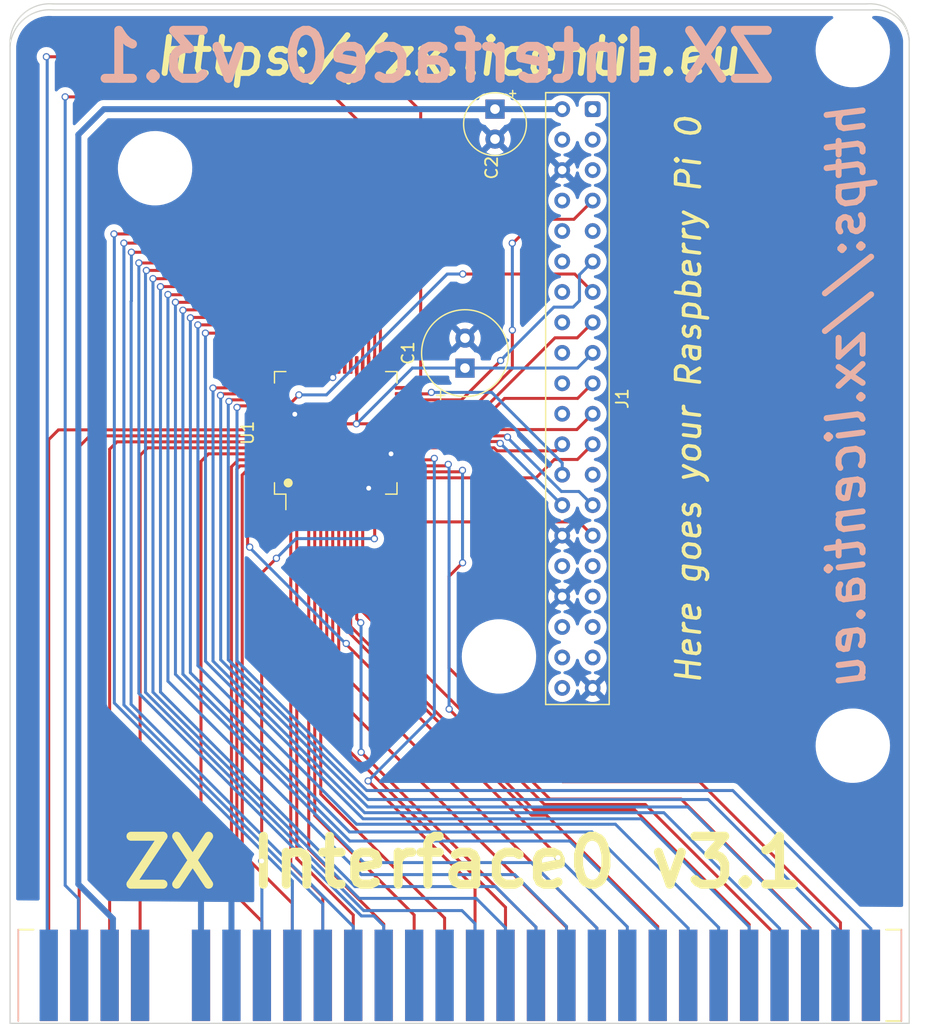
<source format=kicad_pcb>
(kicad_pcb (version 20211014) (generator pcbnew)
  (title_block (title "Interface0") (date "2022-05-02") (rev "3.1") (company "https://zx.licentia.eu") (comment 1 "Raspberry PI 0 (2) based ZX Interface"))
  (layers (0 "F.Cu" signal) (31 "B.Cu" signal) (34 "B.Paste" user "B. Paste") (35 "F.Paste" user "F. Paste") (36 "B.SilkS" user "B.Serigrafie") (37 "F.SilkS" user "F.Serigrafie") (38 "B.Mask" user) (39 "F.Mask" user) (44 "Edge.Cuts" user))
  (net 0 "")
  (net 1 "+3V3")
  (net 2 "/RESET")
  (net 3 "/A15")
  (net 4 "GND")
  (net 5 "/MOSI")
  (net 6 "/MISO")
  (net 7 "/IO_CLK")
  (net 8 "/TDI")
  (net 9 "/TMS")
  (net 10 "/TCK")
  (net 11 "+12V")
  (net 12 "/A13")
  (net 13 "/D7")
  (net 14 "/TDO")
  (net 15 "/ROMCS1")
  (net 16 "/D0")
  (net 17 "/D1")
  (net 18 "/D2")
  (net 19 "/D6")
  (net 20 "/D5")
  (net 21 "/D3")
  (net 22 "/D4")
  (net 23 "/INT")
  (net 24 "/NMI")
  (net 25 "/HALT")
  (net 26 "/MREQ")
  (net 28 "/IORQ")
  (net 29 "/RD")
  (net 30 "/WR")
  (net 31 "+5V")
  (net 32 "+9V")
  (net 33 "/WAIT")
  (net 34 "/M1")
  (net 35 "/RFSH")
  (net 36 "/A8")
  (net 37 "/A10")
  (net 38 "/A14")
  (net 39 "/A12")
  (net 40 "/A0")
  (net 41 "/A1")
  (net 42 "/A2")
  (net 43 "/A3")
  (net 44 "/ROMCS2")
  (net 45 "/DRD")
  (net 47 "/DWR")
  (net 48 "/MTR")
  (net 50 "/BUSRQ")
  (net 51 "/A7")
  (net 52 "/A6")
  (net 53 "/A5")
  (net 55 "/A4")
  (net 56 "/ROMCS")
  (net 57 "/BUSACK")
  (net 58 "/A9")
  (net 59 "/A11")
  (net 67 "/CLK")
  (net 77 "/GPIO1")
  (net 78 "/GPIO2")
  (net 79 "/GPIO3")
  (net 80 "/MASTER_CLK")
  (net 84 "/IO")
  (footprint "" (layer "F.Cu") (at 33.094 29.308 90)
    (fp_text reference "")
    (fp_text value "")
  )
  (footprint "Capacitor_THT:CP_Radial_Tantal_D5.0mm_P2.50mm" (layer "F.Cu") (at 61.45 24.38 -90)
    (fp_text reference "C2")
    (fp_text value "100nF")
  )
  (footprint "Capacitor_THT:CP_Radial_Tantal_D7.0mm_P2.50mm" (layer "F.Cu") (at 58.947 45.976139 90)
    (fp_text reference "C1")
    (fp_text value "22uF")
  )
  (footprint "" (layer "F.Cu") (at 61.781 70.019 90)
    (fp_text reference "")
    (fp_text value "")
  )
  (footprint "Package_QFP:TQFP-64_10x10mm_P0.5mm" (layer "F.Cu") (at 48.16522 51.374847 90)
    (fp_text reference "U1")
    (fp_text value "XC9572XL-VQ64")
  )
  (footprint "Connector_Samtec_HLE_THT:Samtec_HLE-120-02-xx-DV-TE_2x20_P2.54mm_Horizontal" (layer "F.Cu") (at 69.596 24.384 -90)
    (fp_text reference "J1")
    (fp_text value "RPi_GPIO")
  )
  (footprint "ZX:ZX_Bus_Edge_Connector" (layer "F.Cu") (at 57.246 96.609)
    (fp_text reference "Z1" hide)
    (fp_text value "ZXBUS")
  )
  (footprint "" (layer "F.Cu") (at 91.296 77.459 90)
    (fp_text reference "")
    (fp_text value "")
  )
  (footprint "" (layer "F.Cu") (at 91.296 19.459 90)
    (fp_text reference "")
    (fp_text value "")
  )
  (gr_circle (center 44.2 55.55) (end 44.504138 55.55) (layer "F.SilkS") (width 0.15) (fill solid))
  (gr_arc (start 92.456 15.609) (mid 94.84932 16.375014) (end 96 18.609) (layer "Edge.Cuts") (width 0.1))
  (gr_arc (start 21 18.609) (mid 22.17668 16.364244) (end 24.596 15.609) (layer "Edge.Cuts") (width 0.1))
  (gr_arc (start 92.916 16.109) (mid 94.970025 16.727366) (end 96 18.609) (layer "Edge.Cuts") (width 0.1))
  (gr_line (start 24.596 16.109) (end 92.916 16.109) (layer "Edge.Cuts") (width 0.1))
  (gr_arc (start 21 19.109) (mid 22.17668 16.864244) (end 24.596 16.109) (layer "Edge.Cuts") (width 0.1))
  (gr_line (start 21 18.609) (end 21 100.609) (layer "Edge.Cuts") (width 0.1))
  (gr_line (start 96 18.609) (end 96 100.609) (layer "Edge.Cuts") (width 0.1))
  (gr_line (start 24.596 15.609) (end 92.456 15.609) (layer "Edge.Cuts") (width 0.1))
  (gr_line (start 21 100.609) (end 96 100.609) (layer "Edge.Cuts") (width 0.1))
  (gr_text "ZX Interface0 v3.1" (at 56.45 20) (layer "B.SilkS") (effects (font (size 4 4) (thickness 0.75)) (justify mirror)))
  (gr_text "https://zx.licentia.eu" (at 90.75 48.15 90) (layer "B.SilkS") (effects (font (size 3 3) (thickness 0.5) italic) (justify mirror)))
  (gr_text "ZX Interface0 v3.1" (at 58.8 87.2) (layer "F.SilkS") (effects (font (size 4 4) (thickness 0.75))))
  (gr_text "Here goes your Raspberry Pi 0" (at 77.6 48.6 90) (layer "F.SilkS") (effects (font (size 2 2) (thickness 0.3) italic)))
  (gr_text "https://zx.licentia.eu" (at 57.55 20) (layer "F.SilkS") (effects (font (size 3 3) (thickness 0.5) italic)))
  (segment (start 45.41 56.229621) (end 45.41522 56.234841) (width 0.25) (layer "F.Cu") (net 1))
  (segment (start 44.195153 50.624847) (end 42.50272 50.624847) (width 0.25) (layer "F.Cu") (net 1))
  (segment (start 49.91522 50.59478) (end 49.91522 45.712347) (width 0.25) (layer "F.Cu") (net 1))
  (segment (start 49.89 50.62) (end 49.885153 50.624847) (width 0.25) (layer "F.Cu") (net 1))
  (segment (start 49.89 50.62) (end 52.652 50.62) (width 0.25) (layer "F.Cu") (net 1))
  (segment (start 52.656847 50.624847) (end 53.82772 50.624847) (width 0.25) (layer "F.Cu") (net 1))
  (segment (start 49.89 50.62) (end 49.91522 50.59478) (width 0.25) (layer "F.Cu") (net 1))
  (segment (start 52.652 50.62) (end 52.656847 50.624847) (width 0.25) (layer "F.Cu") (net 1))
  (segment (start 49.885153 50.624847) (end 44.195153 50.624847) (width 0.25) (layer "F.Cu") (net 1))
  (segment (start 45.41 50.62) (end 45.41 56.229621) (width 0.25) (layer "F.Cu") (net 1))
  (segment (start 49.89 50.62) (end 45.41 50.62) (width 0.25) (layer "F.Cu") (net 1))
  (via (at 49.89 50.62) (size 0.6) (drill 0.4) (layers "F.Cu" "B.Cu") (net 1))
  (segment (start 59.36 45.97) (end 59.67 45.97) (width 0.25) (layer "B.Cu") (net 1))
  (segment (start 68.33 45.97) (end 69.596 44.704) (width 0.25) (layer "B.Cu") (net 1))
  (segment (start 54.55 45.97) (end 59.36 45.97) (width 0.25) (layer "B.Cu") (net 1))
  (segment (start 49.89 50.62) (end 49.91 50.62) (width 0.25) (layer "B.Cu") (net 1))
  (segment (start 59.67 45.97) (end 68.33 45.97) (width 0.25) (layer "B.Cu") (net 1))
  (segment (start 49.91 50.62) (end 54.56 45.97) (width 0.25) (layer "B.Cu") (net 1))
  (segment (start 49.03972 68.934) (end 49.03972 68.99972) (width 0.25) (layer "F.Cu") (net 2))
  (segment (start 40.98954 60.901) (end 40.81456 60.72602) (width 0.25) (layer "F.Cu") (net 2))
  (segment (start 49.03972 68.99972) (end 66.71 86.67) (width 0.25) (layer "F.Cu") (net 2))
  (segment (start 66.71 86.67) (end 66.71 86.79) (width 0.25) (layer "F.Cu") (net 2))
  (segment (start 41.285153 55.124847) (end 42.50272 55.124847) (width 0.25) (layer "F.Cu") (net 2))
  (segment (start 40.81456 55.59544) (end 41.285153 55.124847) (width 0.25) (layer "F.Cu") (net 2))
  (segment (start 40.81456 60.72602) (end 40.81456 55.59544) (width 0.25) (layer "F.Cu") (net 2))
  (via (at 66.71 86.79) (size 0.6) (drill 0.4) (layers "F.Cu" "B.Cu") (net 2))
  (via (at 40.98954 60.901) (size 0.6) (drill 0.4) (layers "F.Cu" "B.Cu") (net 2))
  (via (at 49.03972 68.934) (size 0.6) (drill 0.4) (layers "F.Cu" "B.Cu") (net 2))
  (segment (start 72.486 96.609) (end 72.486 92.566) (width 0.25) (layer "B.Cu") (net 2))
  (segment (start 40.98954 60.94954) (end 48.974 68.934) (width 0.25) (layer "B.Cu") (net 2))
  (segment (start 48.974 68.934) (end 49.03972 68.934) (width 0.25) (layer "B.Cu") (net 2))
  (segment (start 72.486 92.566) (end 66.71 86.79) (width 0.25) (layer "B.Cu") (net 2))
  (segment (start 40.98954 60.901) (end 40.98954 60.94954) (width 0.25) (layer "B.Cu") (net 2))
  (segment (start 24.226 51.934) (end 24.226 96.609) (width 0.25) (layer "F.Cu") (net 3))
  (segment (start 25.035153 51.124847) (end 24.226 51.934) (width 0.25) (layer "F.Cu") (net 3))
  (segment (start 42.50272 51.124847) (end 25.035153 51.124847) (width 0.25) (layer "F.Cu") (net 3))
  (segment (start 53.82772 53.124847) (end 52.778664 53.124847) (width 0.25) (layer "F.Cu") (net 4))
  (segment (start 47.91522 46.761403) (end 47.91522 45.712347) (width 0.25) (layer "F.Cu") (net 4))
  (segment (start 42.50272 50.124847) (end 44.445153 50.124847) (width 0.25) (layer "F.Cu") (net 4))
  (segment (start 44.445153 50.124847) (end 44.75 49.82) (width 0.25) (layer "F.Cu") (net 4))
  (segment (start 50.91522 57.037347) (end 50.91522 55.988291) (width 0.25) (layer "F.Cu") (net 4))
  (via (at 52.778664 53.124847) (size 0.6) (drill 0.4) (layers "F.Cu" "B.Cu") (net 4))
  (via (at 44.75 49.82) (size 0.6) (drill 0.4) (layers "F.Cu" "B.Cu") (net 4))
  (via (at 47.91522 46.761403) (size 0.6) (drill 0.4) (layers "F.Cu" "B.Cu") (net 4))
  (via (at 50.91522 55.988291) (size 0.6) (drill 0.4) (layers "F.Cu" "B.Cu") (net 4))
  (segment (start 36.926 88.954) (end 36.93 88.95) (width 0.5) (layer "B.Cu") (net 4))
  (segment (start 39.466 96.609) (end 39.466 89.716) (width 0.5) (layer "B.Cu") (net 4))
  (segment (start 36.926 96.609) (end 36.926 88.954) (width 0.5) (layer "B.Cu") (net 4))
  (segment (start 68.34 48.5) (end 62.25 48.5) (width 0.25) (layer "F.Cu") (net 5))
  (segment (start 62.25 48.5) (end 60.625153 50.124847) (width 0.25) (layer "F.Cu") (net 5))
  (segment (start 69.596 47.244) (end 68.34 48.5) (width 0.25) (layer "F.Cu") (net 5))
  (segment (start 60.625153 50.124847) (end 53.82772 50.124847) (width 0.25) (layer "F.Cu") (net 5))
  (segment (start 53.852567 51.1) (end 53.82772 51.124847) (width 0.25) (layer "F.Cu") (net 6))
  (segment (start 68.28 51.1) (end 53.852567 51.1) (width 0.25) (layer "F.Cu") (net 6))
  (segment (start 69.596 49.784) (end 68.28 51.1) (width 0.25) (layer "F.Cu") (net 6))
  (segment (start 64.873153 55.124847) (end 66.405 53.593) (width 0.25) (layer "F.Cu") (net 7))
  (segment (start 66.405 53.593) (end 68.327 53.593) (width 0.25) (layer "F.Cu") (net 7))
  (segment (start 53.82772 55.124847) (end 64.873153 55.124847) (width 0.25) (layer "F.Cu") (net 7))
  (segment (start 68.327 53.593) (end 69.596 52.324) (width 0.25) (layer "F.Cu") (net 7))
  (segment (start 68.31 43.45) (end 66.455 43.45) (width 0.25) (layer "F.Cu") (net 8))
  (segment (start 60.280153 49.624847) (end 53.82772 49.624847) (width 0.25) (layer "F.Cu") (net 8))
  (segment (start 69.596 42.164) (end 68.31 43.45) (width 0.25) (layer "F.Cu") (net 8))
  (segment (start 66.455 43.45) (end 60.280153 49.624847) (width 0.25) (layer "F.Cu") (net 8))
  (segment (start 62.89 35.56) (end 62.945 35.56) (width 0.25) (layer "F.Cu") (net 9))
  (segment (start 68.035511 33.564489) (end 69.596 32.004) (width 0.25) (layer "F.Cu") (net 9))
  (segment (start 64.940511 33.564489) (end 68.035511 33.564489) (width 0.25) (layer "F.Cu") (net 9))
  (segment (start 62.896 46.009) (end 59.780153 49.124847) (width 0.25) (layer "F.Cu") (net 9))
  (segment (start 62.945 35.56) (end 64.940511 33.564489) (width 0.25) (layer "F.Cu") (net 9))
  (segment (start 59.780153 49.124847) (end 53.82772 49.124847) (width 0.25) (layer "F.Cu") (net 9))
  (segment (start 62.896 42.809) (end 62.896 46.009) (width 0.25) (layer "F.Cu") (net 9))
  (via (at 62.896 42.809) (size 0.6) (drill 0.4) (layers "F.Cu" "B.Cu") (net 9))
  (via (at 62.89 35.56) (size 0.6) (drill 0.4) (layers "F.Cu" "B.Cu") (net 9))
  (segment (start 62.896 35.566) (end 62.89 35.56) (width 0.25) (layer "B.Cu") (net 9))
  (segment (start 62.896 42.809) (end 62.896 35.566) (width 0.25) (layer "B.Cu") (net 9))
  (segment (start 58.655153 48.624847) (end 53.82772 48.624847) (width 0.25) (layer "F.Cu") (net 10))
  (segment (start 61.92 45.36) (end 58.655153 48.624847) (width 0.25) (layer "F.Cu") (net 10))
  (segment (start 61.92 45.3455) (end 61.92 45.36) (width 0.25) (layer "F.Cu") (net 10))
  (via (at 61.92 45.3455) (size 0.6) (drill 0.4) (layers "F.Cu" "B.Cu") (net 10))
  (segment (start 61.92 45.3455) (end 61.92 45.333783) (width 0.25) (layer "B.Cu") (net 10))
  (segment (start 66.363783 40.89) (end 67.97 40.89) (width 0.25) (layer "B.Cu") (net 10))
  (segment (start 67.97 40.89) (end 68.496 40.364) (width 0.25) (layer "B.Cu") (net 10))
  (segment (start 61.92 45.333783) (end 66.363783 40.89) (width 0.25) (layer "B.Cu") (net 10))
  (segment (start 68.496 40.364) (end 68.496 38.184) (width 0.25) (layer "B.Cu") (net 10))
  (segment (start 68.496 38.184) (end 69.596 37.084) (width 0.25) (layer "B.Cu") (net 10))
  (segment (start 26.766 52.514) (end 27.655153 51.624847) (width 0.25) (layer "F.Cu") (net 12))
  (segment (start 27.655153 51.624847) (end 42.50272 51.624847) (width 0.25) (layer "F.Cu") (net 12))
  (segment (start 26.766 96.609) (end 26.766 52.514) (width 0.25) (layer "F.Cu") (net 12))
  (segment (start 29.306 52.734) (end 29.306 96.609) (width 0.25) (layer "F.Cu") (net 13))
  (segment (start 42.50272 52.124847) (end 29.915153 52.124847) (width 0.25) (layer "F.Cu") (net 13))
  (segment (start 29.915153 52.124847) (end 29.306 52.734) (width 0.25) (layer "F.Cu") (net 13))
  (segment (start 43.680153 49.624847) (end 45.096 48.209) (width 0.25) (layer "F.Cu") (net 14))
  (segment (start 68.102 38.13) (end 69.596 39.624) (width 0.25) (layer "F.Cu") (net 14))
  (segment (start 42.50272 49.624847) (end 43.680153 49.624847) (width 0.25) (layer "F.Cu") (net 14))
  (segment (start 58.76 38.13) (end 68.102 38.13) (width 0.25) (layer "F.Cu") (net 14))
  (via (at 45.096 48.209) (size 0.6) (drill 0.4) (layers "F.Cu" "B.Cu") (net 14))
  (via (at 58.76 38.13) (size 0.6) (drill 0.4) (layers "F.Cu" "B.Cu") (net 14))
  (segment (start 47.388 48.209) (end 45.096 48.209) (width 0.25) (layer "B.Cu") (net 14))
  (segment (start 57.467 38.13) (end 47.388 48.209) (width 0.25) (layer "B.Cu") (net 14))
  (segment (start 58.76 38.13) (end 57.467 38.13) (width 0.25) (layer "B.Cu") (net 14))
  (segment (start 32.465153 52.624847) (end 31.846 53.244) (width 0.25) (layer "F.Cu") (net 15))
  (segment (start 31.846 53.244) (end 31.846 96.609) (width 0.25) (layer "F.Cu") (net 15))
  (segment (start 42.50272 52.624847) (end 32.465153 52.624847) (width 0.25) (layer "F.Cu") (net 15))
  (segment (start 37.555153 53.124847) (end 42.50272 53.124847) (width 0.25) (layer "F.Cu") (net 16))
  (segment (start 36.926 96.609) (end 36.926 53.754) (width 0.25) (layer "F.Cu") (net 16))
  (segment (start 36.926 53.754) (end 37.555153 53.124847) (width 0.25) (layer "F.Cu") (net 16))
  (segment (start 42.50272 53.624847) (end 40.045153 53.624847) (width 0.25) (layer "F.Cu") (net 17))
  (segment (start 40.045153 53.624847) (end 39.466 54.204) (width 0.25) (layer "F.Cu") (net 17))
  (segment (start 39.466 54.204) (end 39.466 96.609) (width 0.25) (layer "F.Cu") (net 17))
  (segment (start 42.50272 54.124847) (end 40.185153 54.124847) (width 0.25) (layer "F.Cu") (net 18))
  (segment (start 39.91552 90.01752) (end 42.006 92.108) (width 0.25) (layer "F.Cu") (net 18))
  (segment (start 40.185153 54.124847) (end 39.91552 54.39448) (width 0.25) (layer "F.Cu") (net 18))
  (segment (start 39.91552 54.39448) (end 39.91552 90.01752) (width 0.25) (layer "F.Cu") (net 18))
  (segment (start 42.006 92.108) (end 42.006 96.609) (width 0.25) (layer "F.Cu") (net 18))
  (segment (start 44.546 90.616) (end 44.546 96.609) (width 0.25) (layer "F.Cu") (net 19))
  (segment (start 40.36504 54.88496) (end 40.36504 86.43504) (width 0.25) (layer "F.Cu") (net 19))
  (segment (start 40.625153 54.624847) (end 40.36504 54.88496) (width 0.25) (layer "F.Cu") (net 19))
  (segment (start 40.36504 86.43504) (end 44.546 90.616) (width 0.25) (layer "F.Cu") (net 19))
  (segment (start 42.50272 54.624847) (end 40.625153 54.624847) (width 0.25) (layer "F.Cu") (net 19))
  (segment (start 44.41522 87.38022) (end 47.086 90.051) (width 0.25) (layer "F.Cu") (net 20))
  (segment (start 44.41522 57.037347) (end 44.41522 87.38022) (width 0.25) (layer "F.Cu") (net 20))
  (segment (start 47.086 90.051) (end 47.086 96.609) (width 0.25) (layer "F.Cu") (net 20))
  (segment (start 49.626 96.609) (end 49.626 91.575) (width 0.25) (layer "F.Cu") (net 21))
  (segment (start 44.91522 86.86422) (end 44.91522 57.037347) (width 0.25) (layer "F.Cu") (net 21))
  (segment (start 49.626 91.575) (end 44.91522 86.86422) (width 0.25) (layer "F.Cu") (net 21))
  (segment (start 52.166 92.337) (end 52.166 96.609) (width 0.25) (layer "F.Cu") (net 22))
  (segment (start 45.91522 86.08622) (end 52.166 92.337) (width 0.25) (layer "F.Cu") (net 22))
  (segment (start 45.91522 57.037347) (end 45.91522 86.08622) (width 0.25) (layer "F.Cu") (net 22))
  (segment (start 54.706 96.609) (end 54.706 91.575) (width 0.25) (layer "F.Cu") (net 23))
  (segment (start 54.706 91.575) (end 46.41522 83.28422) (width 0.25) (layer "F.Cu") (net 23))
  (segment (start 46.41522 83.28422) (end 46.41522 57.037347) (width 0.25) (layer "F.Cu") (net 23))
  (segment (start 57.246 91.829) (end 57.246 96.609) (width 0.25) (layer "F.Cu") (net 24))
  (segment (start 46.91522 57.037347) (end 46.91522 81.49822) (width 0.25) (layer "F.Cu") (net 24))
  (segment (start 46.91522 81.49822) (end 57.246 91.829) (width 0.25) (layer "F.Cu") (net 24))
  (segment (start 59.786 89.315) (end 50.868 80.397) (width 0.25) (layer "F.Cu") (net 25))
  (segment (start 56.2635 53.624847) (end 56.388 53.500347) (width 0.25) (layer "F.Cu") (net 25))
  (segment (start 53.82772 53.624847) (end 56.2635 53.624847) (width 0.25) (layer "F.Cu") (net 25))
  (segment (start 59.786 96.609) (end 59.786 89.315) (width 0.25) (layer "F.Cu") (net 25))
  (via (at 56.388 53.500347) (size 0.6) (drill 0.4) (layers "F.Cu" "B.Cu") (net 25))
  (via (at 50.868 80.397) (size 0.6) (drill 0.4) (layers "F.Cu" "B.Cu") (net 25))
  (segment (start 56.388 74.877) (end 56.388 53.500347) (width 0.25) (layer "B.Cu") (net 25))
  (segment (start 50.868 80.397) (end 56.388 74.877) (width 0.25) (layer "B.Cu") (net 25))
  (segment (start 47.41522 57.037347) (end 47.41522 76.022413) (width 0.25) (layer "F.Cu") (net 26))
  (segment (start 62.326 90.933193) (end 62.326 96.609) (width 0.25) (layer "F.Cu") (net 26))
  (segment (start 47.41522 76.022413) (end 62.326 90.933193) (width 0.25) (layer "F.Cu") (net 26))
  (segment (start 64.866 92.591) (end 64.866 96.609) (width 0.25) (layer "F.Cu") (net 28))
  (segment (start 49.91522 66.88022) (end 49.91522 57.037347) (width 0.25) (layer "F.Cu") (net 28))
  (segment (start 50.282 78.007) (end 64.866 92.591) (width 0.25) (layer "F.Cu") (net 28))
  (segment (start 50.239 67.204) (end 49.91522 66.88022) (width 0.25) (layer "F.Cu") (net 28))
  (segment (start 50.249 67.204) (end 50.239 67.204) (width 0.25) (layer "F.Cu") (net 28))
  (segment (start 50.282 78.006) (end 50.282 78.007) (width 0.25) (layer "F.Cu") (net 28))
  (via (at 50.282 78.006) (size 0.6) (drill 0.4) (layers "F.Cu" "B.Cu") (net 28))
  (via (at 50.249 67.204) (size 0.6) (drill 0.4) (layers "F.Cu" "B.Cu") (net 28))
  (segment (start 50.282 78.006) (end 50.276 78) (width 0.25) (layer "B.Cu") (net 28))
  (segment (start 50.276 78) (end 50.276 67.231) (width 0.25) (layer "B.Cu") (net 28))
  (segment (start 50.276 67.231) (end 50.249 67.204) (width 0.25) (layer "B.Cu") (net 28))
  (segment (start 47.91522 73.10022) (end 67.406 92.591) (width 0.25) (layer "F.Cu") (net 29))
  (segment (start 67.406 92.591) (end 67.406 96.609) (width 0.25) (layer "F.Cu") (net 29))
  (segment (start 47.91522 57.037347) (end 47.91522 73.10022) (width 0.25) (layer "F.Cu") (net 29))
  (segment (start 69.946 92.659) (end 69.946 96.609) (width 0.25) (layer "F.Cu") (net 30))
  (segment (start 48.41522 57.037347) (end 48.41522 71.12822) (width 0.25) (layer "F.Cu") (net 30))
  (segment (start 48.41522 71.12822) (end 69.946 92.659) (width 0.25) (layer "F.Cu") (net 30))
  (segment (start 26.696 26.509) (end 28.821 24.384) (width 0.5) (layer "B.Cu") (net 31))
  (segment (start 26.696 89.009) (end 26.696 26.509) (width 0.5) (layer "B.Cu") (net 31))
  (segment (start 63.246 24.384) (end 66.681 24.384) (width 0.5) (layer "B.Cu") (net 31))
  (segment (start 29.581 94.884) (end 29.581 91.894) (width 0.5) (layer "B.Cu") (net 31))
  (segment (start 29.581 91.894) (end 26.696 89.009) (width 0.5) (layer "B.Cu") (net 31))
  (segment (start 28.821 24.384) (end 63.246 24.384) (width 0.5) (layer "B.Cu") (net 31))
  (segment (start 64.509802 83.25852) (end 65.74552 83.25852) (width 0.25) (layer "F.Cu") (net 33))
  (segment (start 48.91522 67.663938) (end 64.509802 83.25852) (width 0.25) (layer "F.Cu") (net 33))
  (segment (start 65.74552 83.25852) (end 75.026 92.539) (width 0.25) (layer "F.Cu") (net 33))
  (segment (start 75.026 92.539) (end 75.026 96.609) (width 0.25) (layer "F.Cu") (net 33))
  (segment (start 48.91522 57.037347) (end 48.91522 67.663938) (width 0.25) (layer "F.Cu") (net 33))
  (segment (start 49.41522 67.52822) (end 64.696 82.809) (width 0.25) (layer "F.Cu") (net 34))
  (segment (start 64.696 82.809) (end 73.096 82.809) (width 0.25) (layer "F.Cu") (net 34))
  (segment (start 49.41522 57.037347) (end 49.41522 67.52822) (width 0.25) (layer "F.Cu") (net 34))
  (segment (start 73.096 82.809) (end 82.646 92.359) (width 0.25) (layer "F.Cu") (net 34))
  (segment (start 82.646 92.359) (end 82.646 96.609) (width 0.25) (layer "F.Cu") (net 34))
  (segment (start 57.4255 54.124847) (end 53.82772 54.124847) (width 0.25) (layer "F.Cu") (net 35))
  (segment (start 73.98448 82.35948) (end 85.186 93.561) (width 0.25) (layer "F.Cu") (net 35))
  (segment (start 65.57348 82.35948) (end 73.98448 82.35948) (width 0.25) (layer "F.Cu") (net 35))
  (segment (start 57.55 54.000347) (end 57.4255 54.124847) (width 0.25) (layer "F.Cu") (net 35))
  (segment (start 85.186 93.561) (end 85.186 96.609) (width 0.25) (layer "F.Cu") (net 35))
  (segment (start 57.624 74.41) (end 65.57348 82.35948) (width 0.25) (layer "F.Cu") (net 35))
  (segment (start 57.624 74.407) (end 57.624 74.41) (width 0.25) (layer "F.Cu") (net 35))
  (via (at 57.624 74.407) (size 0.6) (drill 0.4) (layers "F.Cu" "B.Cu") (net 35))
  (via (at 57.55 54.000347) (size 0.6) (drill 0.4) (layers "F.Cu" "B.Cu") (net 35))
  (segment (start 57.619 74.402) (end 57.619 54.069347) (width 0.25) (layer "B.Cu") (net 35))
  (segment (start 57.624 74.407) (end 57.619 74.402) (width 0.25) (layer "B.Cu") (net 35))
  (segment (start 57.619 54.069347) (end 57.55 54.000347) (width 0.25) (layer "B.Cu") (net 35))
  (segment (start 87.726 92.666) (end 87.726 96.609) (width 0.25) (layer "F.Cu") (net 36))
  (segment (start 50.41522 57.037347) (end 50.41522 66.29822) (width 0.25) (layer "F.Cu") (net 36))
  (segment (start 50.41522 66.29822) (end 66.02696 81.90996) (width 0.25) (layer "F.Cu") (net 36))
  (segment (start 66.02696 81.90996) (end 76.96996 81.90996) (width 0.25) (layer "F.Cu") (net 36))
  (segment (start 76.96996 81.90996) (end 87.726 92.666) (width 0.25) (layer "F.Cu") (net 36))
  (segment (start 78.51 80.46) (end 90.266 92.216) (width 0.25) (layer "F.Cu") (net 37))
  (segment (start 57.624 70.984) (end 67.1 80.46) (width 0.25) (layer "F.Cu") (net 37))
  (segment (start 57.624 63.329) (end 57.624 70.984) (width 0.25) (layer "F.Cu") (net 37))
  (segment (start 58.736 54.500347) (end 58.6115 54.624847) (width 0.25) (layer "F.Cu") (net 37))
  (segment (start 67.1 80.46) (end 78.51 80.46) (width 0.25) (layer "F.Cu") (net 37))
  (segment (start 58.746 62.207) (end 57.624 63.329) (width 0.25) (layer "F.Cu") (net 37))
  (segment (start 58.6115 54.624847) (end 53.82772 54.624847) (width 0.25) (layer "F.Cu") (net 37))
  (segment (start 90.266 92.216) (end 90.266 96.609) (width 0.25) (layer "F.Cu") (net 37))
  (via (at 58.746 62.207) (size 0.6) (drill 0.4) (layers "F.Cu" "B.Cu") (net 37))
  (via (at 58.736 54.500347) (size 0.6) (drill 0.4) (layers "F.Cu" "B.Cu") (net 37))
  (segment (start 58.74 54.504347) (end 58.736 54.500347) (width 0.25) (layer "B.Cu") (net 37))
  (segment (start 58.746 62.207) (end 58.74 62.201) (width 0.25) (layer "B.Cu") (net 37))
  (segment (start 58.74 62.201) (end 58.74 54.504347) (width 0.25) (layer "B.Cu") (net 37))
  (segment (start 26.411586 20.013414) (end 24.027678 20.013414) (width 0.25) (layer "F.Cu") (net 38))
  (segment (start 53.853567 47.599) (end 55.253 47.599) (width 0.25) (layer "F.Cu") (net 38))
  (segment (start 54.176 23.466) (end 50.719 20.009) (width 0.25) (layer "F.Cu") (net 38))
  (segment (start 50.719 20.009) (end 26.416 20.009) (width 0.25) (layer "F.Cu") (net 38))
  (segment (start 26.416 20.009) (end 26.411586 20.013414) (width 0.25) (layer "F.Cu") (net 38))
  (segment (start 55.253 47.599) (end 55.253 24.543) (width 0.25) (layer "F.Cu") (net 38))
  (segment (start 55.253 24.543) (end 54.176 23.466) (width 0.25) (layer "F.Cu") (net 38))
  (segment (start 53.82772 47.624847) (end 53.853567 47.599) (width 0.25) (layer "F.Cu") (net 38))
  (via (at 24.027678 20.013414) (size 0.6) (drill 0.4) (layers "F.Cu" "B.Cu") (net 38))
  (segment (start 24.027678 20.013414) (end 24.096 20.081736) (width 0.25) (layer "B.Cu") (net 38))
  (segment (start 24.096 20.081736) (end 24.096 94.479) (width 0.25) (layer "B.Cu") (net 38))
  (segment (start 24.096 94.479) (end 24.501 94.884) (width 0.25) (layer "B.Cu") (net 38))
  (segment (start 51.8905 45.687627) (end 51.91522 45.712347) (width 0.25) (layer "F.Cu") (net 39))
  (segment (start 48.053 23.359) (end 25.596 23.359) (width 0.25) (layer "F.Cu") (net 39))
  (segment (start 51.8905 27.1965) (end 51.8905 45.687627) (width 0.25) (layer "F.Cu") (net 39))
  (segment (start 51.8905 27.1965) (end 48.053 23.359) (width 0.25) (layer "F.Cu") (net 39))
  (via (at 25.596 23.359) (size 0.6) (drill 0.4) (layers "F.Cu" "B.Cu") (net 39))
  (segment (start 26.696 90.209) (end 26.696 94.539) (width 0.25) (layer "B.Cu") (net 39))
  (segment (start 26.696 94.539) (end 27.041 94.884) (width 0.25) (layer "B.Cu") (net 39))
  (segment (start 25.596 89.109) (end 26.696 90.209) (width 0.25) (layer "B.Cu") (net 39))
  (segment (start 25.596 23.359) (end 25.596 89.109) (width 0.25) (layer "B.Cu") (net 39))
  (segment (start 50.989 34.789) (end 29.67 34.789) (width 0.25) (layer "F.Cu") (net 40))
  (segment (start 51.41522 45.712347) (end 51.41522 35.21522) (width 0.25) (layer "F.Cu") (net 40))
  (segment (start 51.41522 35.21522) (end 50.989 34.789) (width 0.25) (layer "F.Cu") (net 40))
  (via (at 29.67 34.789) (size 0.6) (drill 0.4) (layers "F.Cu" "B.Cu") (net 40))
  (segment (start 29.696 73.900718) (end 44.546 88.750718) (width 0.25) (layer "B.Cu") (net 40))
  (segment (start 44.546 88.750718) (end 44.546 96.609) (width 0.25) (layer "B.Cu") (net 40))
  (segment (start 29.696 34.815) (end 29.696 73.900718) (width 0.25) (layer "B.Cu") (net 40))
  (segment (start 29.67 34.789) (end 29.696 34.815) (width 0.25) (layer "B.Cu") (net 40))
  (segment (start 50.91522 36.11522) (end 50.351 35.551) (width 0.25) (layer "F.Cu") (net 41))
  (segment (start 50.351 35.551) (end 30.496 35.551) (width 0.25) (layer "F.Cu") (net 41))
  (segment (start 50.91522 45.712347) (end 50.91522 36.11522) (width 0.25) (layer "F.Cu") (net 41))
  (via (at 30.496 35.551) (size 0.6) (drill 0.4) (layers "F.Cu" "B.Cu") (net 41))
  (segment (start 47.086 90.655) (end 47.086 96.609) (width 0.25) (layer "B.Cu") (net 41))
  (segment (start 30.496 35.551) (end 30.496 74.065) (width 0.25) (layer "B.Cu") (net 41))
  (segment (start 30.496 74.065) (end 47.086 90.655) (width 0.25) (layer "B.Cu") (net 41))
  (segment (start 50.41522 36.98522) (end 49.743 36.313) (width 0.25) (layer "F.Cu") (net 42))
  (segment (start 50.41522 45.712347) (end 50.41522 36.98522) (width 0.25) (layer "F.Cu") (net 42))
  (segment (start 49.743 36.313) (end 31.1205 36.313) (width 0.25) (layer "F.Cu") (net 42))
  (via (at 31.1205 36.313) (size 0.6) (drill 0.4) (layers "F.Cu" "B.Cu") (net 42))
  (segment (start 31.1205 40.3845) (end 31.096 40.409) (width 0.25) (layer "B.Cu") (net 42))
  (segment (start 31.096 40.409) (end 31.096 74.009) (width 0.25) (layer "B.Cu") (net 42))
  (segment (start 49.626 92.539) (end 49.626 96.609) (width 0.25) (layer "B.Cu") (net 42))
  (segment (start 31.1205 36.313) (end 31.1205 40.3845) (width 0.25) (layer "B.Cu") (net 42))
  (segment (start 31.096 74.009) (end 49.626 92.539) (width 0.25) (layer "B.Cu") (net 42))
  (segment (start 48.769 37.209) (end 31.745 37.209) (width 0.25) (layer "F.Cu") (net 43))
  (segment (start 49.41522 45.712347) (end 49.41522 37.85522) (width 0.25) (layer "F.Cu") (net 43))
  (segment (start 49.41522 37.85522) (end 48.769 37.209) (width 0.25) (layer "F.Cu") (net 43))
  (via (at 31.745 37.209) (size 0.6) (drill 0.4) (layers "F.Cu" "B.Cu") (net 43))
  (segment (start 52.166 92.479) (end 52.166 96.609) (width 0.25) (layer "B.Cu") (net 43))
  (segment (start 50.309802 91.65852) (end 51.34552 91.65852) (width 0.25) (layer "B.Cu") (net 43))
  (segment (start 31.745 73.093718) (end 50.309802 91.65852) (width 0.25) (layer "B.Cu") (net 43))
  (segment (start 51.34552 91.65852) (end 52.166 92.479) (width 0.25) (layer "B.Cu") (net 43))
  (segment (start 31.745 37.209) (end 31.745 73.093718) (width 0.25) (layer "B.Cu") (net 43))
  (segment (start 32.3695 37.835552) (end 32.375052 37.83) (width 0.25) (layer "F.Cu") (net 44))
  (segment (start 32.375052 37.83) (end 48.23 37.83) (width 0.25) (layer "F.Cu") (net 44))
  (segment (start 48.91522 38.51522) (end 48.91522 45.712347) (width 0.25) (layer "F.Cu") (net 44))
  (segment (start 48.23 37.83) (end 48.91522 38.51522) (width 0.25) (layer "F.Cu") (net 44))
  (via (at 32.3695 37.835552) (size 0.6) (drill 0.4) (layers "F.Cu" "B.Cu") (net 44))
  (segment (start 59.786 92.299) (end 59.786 96.609) (width 0.25) (layer "B.Cu") (net 44))
  (segment (start 32.296 37.909052) (end 32.296 73.009) (width 0.25) (layer "B.Cu") (net 44))
  (segment (start 32.296 73.009) (end 50.496 91.209) (width 0.25) (layer "B.Cu") (net 44))
  (segment (start 50.496 91.209) (end 58.696 91.209) (width 0.25) (layer "B.Cu") (net 44))
  (segment (start 32.3695 37.835552) (end 32.296 37.909052) (width 0.25) (layer "B.Cu") (net 44))
  (segment (start 58.696 91.209) (end 59.786 92.299) (width 0.25) (layer "B.Cu") (net 44))
  (segment (start 32.923853 38.52) (end 47.74 38.52) (width 0.25) (layer "F.Cu") (net 45))
  (segment (start 48.41522 39.19522) (end 48.41522 45.712347) (width 0.25) (layer "F.Cu") (net 45))
  (segment (start 47.74 38.52) (end 48.41522 39.19522) (width 0.25) (layer "F.Cu") (net 45))
  (segment (start 32.9205 38.516647) (end 32.923853 38.52) (width 0.25) (layer "F.Cu") (net 45))
  (via (at 32.9205 38.516647) (size 0.6) (drill 0.4) (layers "F.Cu" "B.Cu") (net 45))
  (segment (start 62.326 92.639) (end 62.326 96.609) (width 0.25) (layer "B.Cu") (net 45))
  (segment (start 32.9205 72.997782) (end 50.113859 90.191141) (width 0.25) (layer "B.Cu") (net 45))
  (segment (start 59.878141 90.191141) (end 62.326 92.639) (width 0.25) (layer "B.Cu") (net 45))
  (segment (start 50.113859 90.191141) (end 59.878141 90.191141) (width 0.25) (layer "B.Cu") (net 45))
  (segment (start 32.9205 38.516647) (end 32.9205 72.997782) (width 0.25) (layer "B.Cu") (net 45))
  (segment (start 33.551304 39.18) (end 46.88 39.18) (width 0.25) (layer "F.Cu") (net 47))
  (segment (start 46.88 39.18) (end 47.41522 39.71522) (width 0.25) (layer "F.Cu") (net 47))
  (segment (start 33.545 39.186304) (end 33.551304 39.18) (width 0.25) (layer "F.Cu") (net 47))
  (segment (start 47.41522 39.71522) (end 47.41522 45.712347) (width 0.25) (layer "F.Cu") (net 47))
  (via (at 33.545 39.186304) (size 0.6) (drill 0.4) (layers "F.Cu" "B.Cu") (net 47))
  (segment (start 33.545 39.186304) (end 33.545 72.986564) (width 0.25) (layer "B.Cu") (net 47))
  (segment (start 64.866 92.579) (end 64.866 96.609) (width 0.25) (layer "B.Cu") (net 47))
  (segment (start 61.496 89.209) (end 64.866 92.579) (width 0.25) (layer "B.Cu") (net 47))
  (segment (start 33.545 72.986564) (end 49.767436 89.209) (width 0.25) (layer "B.Cu") (net 47))
  (segment (start 49.767436 89.209) (end 61.496 89.209) (width 0.25) (layer "B.Cu") (net 47))
  (segment (start 46.91522 40.35522) (end 46.91522 45.712347) (width 0.25) (layer "F.Cu") (net 48))
  (segment (start 34.189345 39.86) (end 46.42 39.86) (width 0.25) (layer "F.Cu") (net 48))
  (segment (start 34.1695 39.840155) (end 34.189345 39.86) (width 0.25) (layer "F.Cu") (net 48))
  (segment (start 46.42 39.86) (end 46.91522 40.35522) (width 0.25) (layer "F.Cu") (net 48))
  (via (at 34.1695 39.840155) (size 0.6) (drill 0.4) (layers "F.Cu" "B.Cu") (net 48))
  (segment (start 34.1695 39.840155) (end 34.1695 72.0825) (width 0.25) (layer "B.Cu") (net 48))
  (segment (start 50.296 88.209) (end 63.096 88.209) (width 0.25) (layer "B.Cu") (net 48))
  (segment (start 34.1695 72.0825) (end 50.296 88.209) (width 0.25) (layer "B.Cu") (net 48))
  (segment (start 63.096 88.209) (end 67.406 92.519) (width 0.25) (layer "B.Cu") (net 48))
  (segment (start 67.406 92.519) (end 67.406 96.609) (width 0.25) (layer "B.Cu") (net 48))
  (segment (start 34.794 40.4845) (end 34.7995 40.49) (width 0.25) (layer "F.Cu") (net 50))
  (segment (start 46.41522 41.07522) (end 46.41522 45.712347) (width 0.25) (layer "F.Cu") (net 50))
  (segment (start 45.83 40.49) (end 46.41522 41.07522) (width 0.25) (layer "F.Cu") (net 50))
  (segment (start 34.7995 40.49) (end 45.83 40.49) (width 0.25) (layer "F.Cu") (net 50))
  (via (at 34.794 40.4845) (size 0.6) (drill 0.4) (layers "F.Cu" "B.Cu") (net 50))
  (segment (start 34.794 71.507) (end 50.496 87.209) (width 0.25) (layer "B.Cu") (net 50))
  (segment (start 50.496 87.209) (end 64.496 87.209) (width 0.25) (layer "B.Cu") (net 50))
  (segment (start 69.946 92.659) (end 69.946 96.609) (width 0.25) (layer "B.Cu") (net 50))
  (segment (start 64.496 87.209) (end 69.946 92.659) (width 0.25) (layer "B.Cu") (net 50))
  (segment (start 34.794 40.4845) (end 34.794 71.507) (width 0.25) (layer "B.Cu") (net 50))
  (segment (start 35.4185 41.146801) (end 35.445301 41.12) (width 0.25) (layer "F.Cu") (net 51))
  (segment (start 35.445301 41.12) (end 45.44 41.12) (width 0.25) (layer "F.Cu") (net 51))
  (segment (start 45.91522 41.59522) (end 45.91522 45.712347) (width 0.25) (layer "F.Cu") (net 51))
  (segment (start 45.44 41.12) (end 45.91522 41.59522) (width 0.25) (layer "F.Cu") (net 51))
  (via (at 35.4185 41.146801) (size 0.6) (drill 0.4) (layers "F.Cu" "B.Cu") (net 51))
  (segment (start 67.696 85.409) (end 75.026 92.739) (width 0.25) (layer "B.Cu") (net 51))
  (segment (start 75.026 92.739) (end 75.026 96.609) (width 0.25) (layer "B.Cu") (net 51))
  (segment (start 35.4185 71.495782) (end 49.331718 85.409) (width 0.25) (layer "B.Cu") (net 51))
  (segment (start 35.4185 41.146801) (end 35.4185 71.495782) (width 0.25) (layer "B.Cu") (net 51))
  (segment (start 49.331718 85.409) (end 67.696 85.409) (width 0.25) (layer "B.Cu") (net 51))
  (segment (start 36.077747 41.75) (end 36.043 41.784747) (width 0.25) (layer "F.Cu") (net 52))
  (segment (start 45.41522 45.712347) (end 45.41522 42.40522) (width 0.25) (layer "F.Cu") (net 52))
  (segment (start 45.41522 42.40522) (end 44.76 41.75) (width 0.25) (layer "F.Cu") (net 52))
  (segment (start 44.76 41.75) (end 36.077747 41.75) (width 0.25) (layer "F.Cu") (net 52))
  (via (at 36.043 41.784747) (size 0.6) (drill 0.4) (layers "F.Cu" "B.Cu") (net 52))
  (segment (start 77.566 96.609) (end 77.566 92.679) (width 0.25) (layer "B.Cu") (net 52))
  (segment (start 77.566 92.679) (end 69.542423 84.655423) (width 0.25) (layer "B.Cu") (net 52))
  (segment (start 49.315423 84.655423) (end 36.04 71.38) (width 0.25) (layer "B.Cu") (net 52))
  (segment (start 36.04 41.787747) (end 36.043 41.784747) (width 0.25) (layer "B.Cu") (net 52))
  (segment (start 36.04 71.38) (end 36.04 41.787747) (width 0.25) (layer "B.Cu") (net 52))
  (segment (start 69.542423 84.655423) (end 49.315423 84.655423) (width 0.25) (layer "B.Cu") (net 52))
  (segment (start 44.27 42.37) (end 36.669 42.37) (width 0.25) (layer "F.Cu") (net 53))
  (segment (start 36.669 42.37) (end 36.6645 42.3745) (width 0.25) (layer "F.Cu") (net 53))
  (segment (start 44.91522 43.01522) (end 44.27 42.37) (width 0.25) (layer "F.Cu") (net 53))
  (segment (start 44.91522 45.712347) (end 44.91522 43.01522) (width 0.25) (layer "F.Cu") (net 53))
  (via (at 36.6645 42.3745) (size 0.6) (drill 0.4) (layers "F.Cu" "B.Cu") (net 53))
  (segment (start 36.6645 42.3745) (end 36.67 42.38) (width 0.25) (layer "B.Cu") (net 53))
  (segment (start 71.496 84.009) (end 80.106 92.619) (width 0.25) (layer "B.Cu") (net 53))
  (segment (start 49.896 84.009) (end 71.496 84.009) (width 0.25) (layer "B.Cu") (net 53))
  (segment (start 80.106 92.619) (end 80.106 96.609) (width 0.25) (layer "B.Cu") (net 53))
  (segment (start 36.67 42.38) (end 36.67 70.783) (width 0.25) (layer "B.Cu") (net 53))
  (segment (start 36.67 70.783) (end 49.896 84.009) (width 0.25) (layer "B.Cu") (net 53))
  (segment (start 44.41522 43.53522) (end 43.94 43.06) (width 0.25) (layer "F.Cu") (net 55))
  (segment (start 44.41522 45.712347) (end 44.41522 43.53522) (width 0.25) (layer "F.Cu") (net 55))
  (segment (start 37.296141 43.06) (end 37.2945 43.058359) (width 0.25) (layer "F.Cu") (net 55))
  (segment (start 43.94 43.06) (end 37.296141 43.06) (width 0.25) (layer "F.Cu") (net 55))
  (via (at 37.2945 43.058359) (size 0.6) (drill 0.4) (layers "F.Cu" "B.Cu") (net 55))
  (segment (start 37.3 70.413) (end 50.44648 83.55948) (width 0.25) (layer "B.Cu") (net 55))
  (segment (start 37.2945 43.058359) (end 37.3 43.063859) (width 0.25) (layer "B.Cu") (net 55))
  (segment (start 50.44648 83.55948) (end 73.64648 83.55948) (width 0.25) (layer "B.Cu") (net 55))
  (segment (start 37.3 43.063859) (end 37.3 70.413) (width 0.25) (layer "B.Cu") (net 55))
  (segment (start 73.64648 83.55948) (end 82.646 92.559) (width 0.25) (layer "B.Cu") (net 55))
  (segment (start 82.646 92.559) (end 82.646 96.609) (width 0.25) (layer "B.Cu") (net 55))
  (segment (start 37.939653 47.624847) (end 42.50272 47.624847) (width 0.25) (layer "F.Cu") (net 56))
  (segment (start 37.9245 47.64) (end 37.939653 47.624847) (width 0.25) (layer "F.Cu") (net 56))
  (via (at 37.9245 47.64) (size 0.6) (drill 0.4) (layers "F.Cu" "B.Cu") (net 56))
  (segment (start 37.93 70.407282) (end 50.572718 83.05) (width 0.25) (layer "B.Cu") (net 56))
  (segment (start 37.93 47.6455) (end 37.93 70.407282) (width 0.25) (layer "B.Cu") (net 56))
  (segment (start 50.572718 83.05) (end 75.537 83.05) (width 0.25) (layer "B.Cu") (net 56))
  (segment (start 75.537 83.05) (end 85.186 92.699) (width 0.25) (layer "B.Cu") (net 56))
  (segment (start 85.186 92.699) (end 85.186 96.609) (width 0.25) (layer "B.Cu") (net 56))
  (segment (start 37.9245 47.64) (end 37.93 47.6455) (width 0.25) (layer "B.Cu") (net 56))
  (segment (start 38.5545 48.249347) (end 38.679 48.124847) (width 0.25) (layer "F.Cu") (net 57))
  (segment (start 38.679 48.124847) (end 42.50272 48.124847) (width 0.25) (layer "F.Cu") (net 57))
  (via (at 38.5545 48.249347) (size 0.6) (drill 0.4) (layers "F.Cu" "B.Cu") (net 57))
  (segment (start 38.5545 48.249347) (end 38.57 48.264847) (width 0.25) (layer "B.Cu") (net 57))
  (segment (start 87.726 92.766) (end 87.726 96.609) (width 0.25) (layer "B.Cu") (net 57))
  (segment (start 50.84 82.57) (end 77.53 82.57) (width 0.25) (layer "B.Cu") (net 57))
  (segment (start 77.53 82.57) (end 87.726 92.766) (width 0.25) (layer "B.Cu") (net 57))
  (segment (start 38.57 48.264847) (end 38.57 70.3) (width 0.25) (layer "B.Cu") (net 57))
  (segment (start 38.57 70.3) (end 50.84 82.57) (width 0.25) (layer "B.Cu") (net 57))
  (segment (start 39.3845 48.624847) (end 42.50272 48.624847) (width 0.25) (layer "F.Cu") (net 58))
  (segment (start 39.26 48.749347) (end 39.3845 48.624847) (width 0.25) (layer "F.Cu") (net 58))
  (via (at 39.26 48.749347) (size 0.6) (drill 0.4) (layers "F.Cu" "B.Cu") (net 58))
  (segment (start 90.266 92.979) (end 90.266 96.609) (width 0.25) (layer "B.Cu") (net 58))
  (segment (start 39.2 48.809347) (end 39.2 70.294282) (width 0.25) (layer "B.Cu") (net 58))
  (segment (start 39.26 48.749347) (end 39.2 48.809347) (width 0.25) (layer "B.Cu") (net 58))
  (segment (start 50.855718 81.95) (end 79.237 81.95) (width 0.25) (layer "B.Cu") (net 58))
  (segment (start 39.2 70.294282) (end 50.855718 81.95) (width 0.25) (layer "B.Cu") (net 58))
  (segment (start 79.237 81.95) (end 90.266 92.979) (width 0.25) (layer "B.Cu") (net 58))
  (segment (start 40.055399 49.124847) (end 39.930899 49.249347) (width 0.25) (layer "F.Cu") (net 59))
  (segment (start 42.50272 49.124847) (end 40.055399 49.124847) (width 0.25) (layer "F.Cu") (net 59))
  (via (at 39.930899 49.249347) (size 0.6) (drill 0.4) (layers "F.Cu" "B.Cu") (net 59))
  (segment (start 39.93 70.388564) (end 50.741436 81.2) (width 0.25) (layer "B.Cu") (net 59))
  (segment (start 92.806 92.719) (end 92.806 96.609) (width 0.25) (layer "B.Cu") (net 59))
  (segment (start 81.287 81.2) (end 92.806 92.719) (width 0.25) (layer "B.Cu") (net 59))
  (segment (start 39.930899 49.249347) (end 39.93 49.250246) (width 0.25) (layer "B.Cu") (net 59))
  (segment (start 39.93 49.250246) (end 39.93 70.388564) (width 0.25) (layer "B.Cu") (net 59))
  (segment (start 50.741436 81.2) (end 81.287 81.2) (width 0.25) (layer "B.Cu") (net 59))
  (segment (start 41.989 87.075) (end 41.988052 87.075948) (width 0.25) (layer "F.Cu") (net 67))
  (segment (start 43.215 61.833) (end 41.989 63.059) (width 0.25) (layer "F.Cu") (net 67))
  (segment (start 51.386 60.201) (end 51.41522 60.17178) (width 0.25) (layer "F.Cu") (net 67))
  (segment (start 51.41522 60.17178) (end 51.41522 57.037347) (width 0.25) (layer "F.Cu") (net 67))
  (segment (start 41.989 63.059) (end 41.989 87.075) (width 0.25) (layer "F.Cu") (net 67))
  (via (at 51.386 60.201) (size 0.6) (drill 0.4) (layers "F.Cu" "B.Cu") (net 67))
  (via (at 41.988052 87.075948) (size 0.6) (drill 0.4) (layers "F.Cu" "B.Cu") (net 67))
  (via (at 43.215 61.833) (size 0.6) (drill 0.4) (layers "F.Cu" "B.Cu") (net 67))
  (segment (start 51.379 60.194) (end 51.386 60.201) (width 0.25) (layer "B.Cu") (net 67))
  (segment (start 42.006 96.609) (end 42.006 87.093896) (width 0.25) (layer "B.Cu") (net 67))
  (segment (start 44.854 60.194) (end 51.379 60.194) (width 0.25) (layer "B.Cu") (net 67))
  (segment (start 43.215 61.833) (end 44.854 60.194) (width 0.25) (layer "B.Cu") (net 67))
  (segment (start 42.006 87.093896) (end 41.988052 87.075948) (width 0.25) (layer "B.Cu") (net 67))
  (segment (start 62.392347 51.624847) (end 53.82772 51.624847) (width 0.25) (layer "F.Cu") (net 77))
  (segment (start 62.492 51.7245) (end 62.392347 51.624847) (width 0.25) (layer "F.Cu") (net 77))
  (via (at 62.492 51.7245) (size 0.6) (drill 0.4) (layers "F.Cu" "B.Cu") (net 77))
  (segment (start 68.455 56.263) (end 69.596 57.404) (width 0.25) (layer "B.Cu") (net 77))
  (segment (start 66.991 56.263) (end 68.455 56.263) (width 0.25) (layer "B.Cu") (net 77))
  (segment (start 62.492 51.7245) (end 62.492 51.764) (width 0.25) (layer "B.Cu") (net 77))
  (segment (start 62.492 51.764) (end 66.991 56.263) (width 0.25) (layer "B.Cu") (net 77))
  (segment (start 61.73302 52.099367) (end 54.564 52.099367) (width 0.25) (layer "F.Cu") (net 78))
  (segment (start 61.883 52.249347) (end 61.73302 52.099367) (width 0.25) (layer "F.Cu") (net 78))
  (via (at 61.883 52.249347) (size 0.6) (drill 0.4) (layers "F.Cu" "B.Cu") (net 78))
  (segment (start 61.883 52.249347) (end 61.901347 52.249347) (width 0.25) (layer "B.Cu") (net 78))
  (segment (start 61.901347 52.249347) (end 67.056 57.404) (width 0.25) (layer "B.Cu") (net 78))
  (segment (start 56.0165 48.124847) (end 53.82772 48.124847) (width 0.25) (layer "F.Cu") (net 79))
  (segment (start 56.141 48.000347) (end 56.0165 48.124847) (width 0.25) (layer "F.Cu") (net 79))
  (via (at 56.141 48.000347) (size 0.6) (drill 0.4) (layers "F.Cu" "B.Cu") (net 79))
  (segment (start 67.056 53.882) (end 67.056 54.864) (width 0.25) (layer "B.Cu") (net 79))
  (segment (start 56.141 48.000347) (end 61.174347 48.000347) (width 0.25) (layer "B.Cu") (net 79))
  (segment (start 61.174347 48.000347) (end 67.056 53.882) (width 0.25) (layer "B.Cu") (net 79))
  (segment (start 51.91522 58.04322) (end 51.91522 57.037347) (width 0.25) (layer "F.Cu") (net 80))
  (segment (start 68.451 58.799) (end 52.671 58.799) (width 0.25) (layer "F.Cu") (net 80))
  (segment (start 69.596 59.944) (end 68.451 58.799) (width 0.25) (layer "F.Cu") (net 80))
  (segment (start 52.671 58.799) (end 51.91522 58.04322) (width 0.25) (layer "F.Cu") (net 80))
  (segment (start 61.375307 52.624847) (end 61.624318 52.873858) (width 0.25) (layer "F.Cu") (net 84))
  (segment (start 61.624318 52.873858) (end 66.506142 52.873858) (width 0.25) (layer "F.Cu") (net 84))
  (segment (start 66.506142 52.873858) (end 67.056 52.324) (width 0.25) (layer "F.Cu") (net 84))
  (segment (start 53.82772 52.624847) (end 61.375307 52.624847) (width 0.25) (layer "F.Cu") (net 84))
  (zone (net 4) (net_name "GND") (layer "B.Cu") (connect_pads (clearance 0.508)) (min_thickness 0.254) (fill yes (thermal_gap 0.508) (thermal_bridge_width 0.508))
    (polygon (pts (xy 98 90.93) (xy 20.31 90.35) (xy 20.16 15.43) (xy 98 15.28)))
  )
)
</source>
